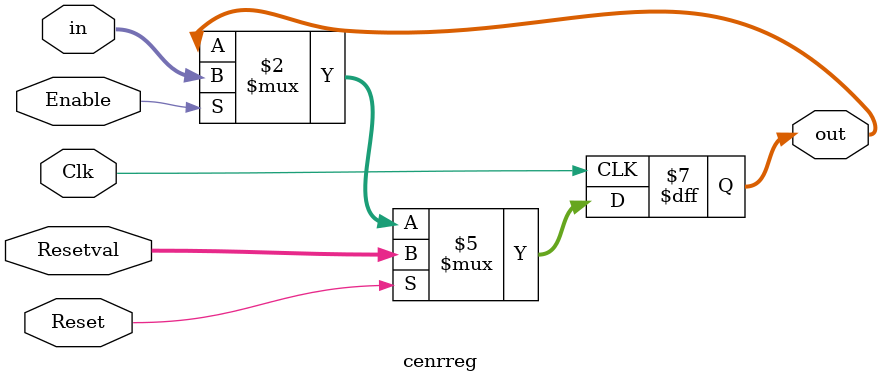
<source format=v>
`timescale 1ns / 1ps


module cenrreg(out, in, Enable, Reset, Resetval, Clk);
    parameter width = 8;
    output [width-1:0] out;
    reg [width-1:0] out;
    input [width-1:0] in;
    input Enable;
    input Reset;
    input [width-1:0] Resetval;
    input Clk;
  
    always @(posedge Clk)
    begin
    if (Reset)
        out <= Resetval;
    else if (Enable)
     out <= in;
  end
endmodule

</source>
